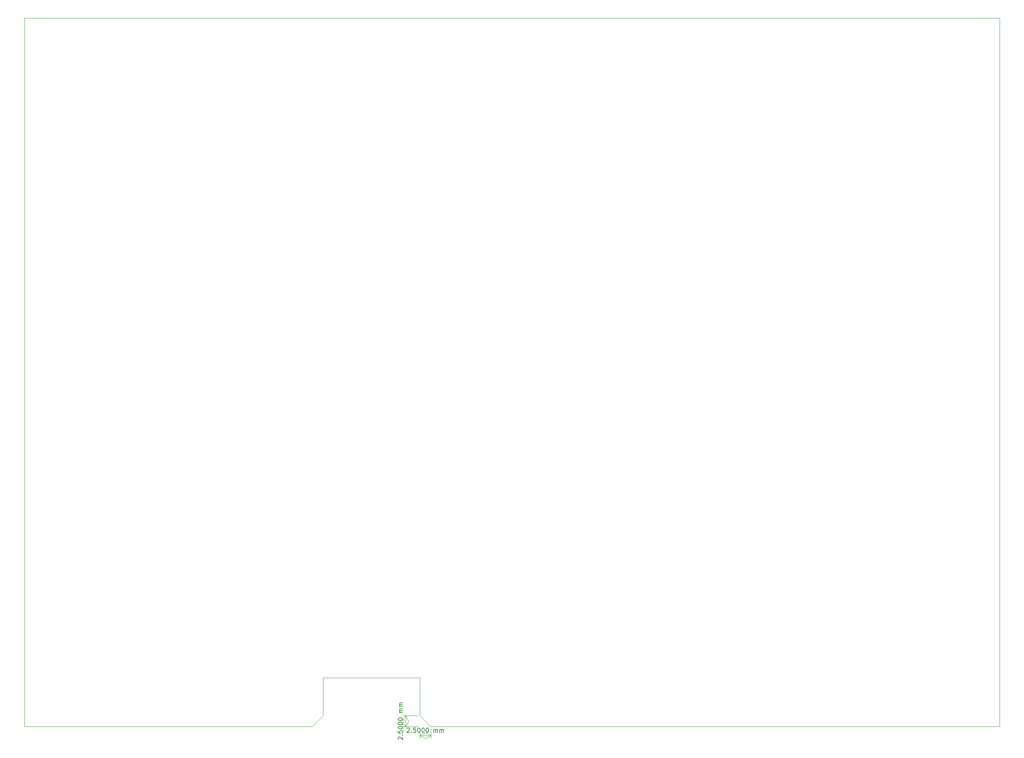
<source format=gbr>
%TF.GenerationSoftware,KiCad,Pcbnew,(6.0.4-0)*%
%TF.CreationDate,2022-10-26T21:30:12+11:00*%
%TF.ProjectId,program counter and adder logic,70726f67-7261-46d2-9063-6f756e746572,rev?*%
%TF.SameCoordinates,Original*%
%TF.FileFunction,Profile,NP*%
%FSLAX46Y46*%
G04 Gerber Fmt 4.6, Leading zero omitted, Abs format (unit mm)*
G04 Created by KiCad (PCBNEW (6.0.4-0)) date 2022-10-26 21:30:12*
%MOMM*%
%LPD*%
G01*
G04 APERTURE LIST*
%TA.AperFunction,Profile*%
%ADD10C,0.050000*%
%TD*%
%ADD11C,0.150000*%
G04 APERTURE END LIST*
D10*
X124200000Y-177500000D02*
X126700000Y-180000000D01*
D11*
X119397619Y-182892857D02*
X119350000Y-182845238D01*
X119302380Y-182750000D01*
X119302380Y-182511904D01*
X119350000Y-182416666D01*
X119397619Y-182369047D01*
X119492857Y-182321428D01*
X119588095Y-182321428D01*
X119730952Y-182369047D01*
X120302380Y-182940476D01*
X120302380Y-182321428D01*
X120207142Y-181892857D02*
X120254761Y-181845238D01*
X120302380Y-181892857D01*
X120254761Y-181940476D01*
X120207142Y-181892857D01*
X120302380Y-181892857D01*
X119302380Y-180940476D02*
X119302380Y-181416666D01*
X119778571Y-181464285D01*
X119730952Y-181416666D01*
X119683333Y-181321428D01*
X119683333Y-181083333D01*
X119730952Y-180988095D01*
X119778571Y-180940476D01*
X119873809Y-180892857D01*
X120111904Y-180892857D01*
X120207142Y-180940476D01*
X120254761Y-180988095D01*
X120302380Y-181083333D01*
X120302380Y-181321428D01*
X120254761Y-181416666D01*
X120207142Y-181464285D01*
X119302380Y-180273809D02*
X119302380Y-180178571D01*
X119350000Y-180083333D01*
X119397619Y-180035714D01*
X119492857Y-179988095D01*
X119683333Y-179940476D01*
X119921428Y-179940476D01*
X120111904Y-179988095D01*
X120207142Y-180035714D01*
X120254761Y-180083333D01*
X120302380Y-180178571D01*
X120302380Y-180273809D01*
X120254761Y-180369047D01*
X120207142Y-180416666D01*
X120111904Y-180464285D01*
X119921428Y-180511904D01*
X119683333Y-180511904D01*
X119492857Y-180464285D01*
X119397619Y-180416666D01*
X119350000Y-180369047D01*
X119302380Y-180273809D01*
X119302380Y-179321428D02*
X119302380Y-179226190D01*
X119350000Y-179130952D01*
X119397619Y-179083333D01*
X119492857Y-179035714D01*
X119683333Y-178988095D01*
X119921428Y-178988095D01*
X120111904Y-179035714D01*
X120207142Y-179083333D01*
X120254761Y-179130952D01*
X120302380Y-179226190D01*
X120302380Y-179321428D01*
X120254761Y-179416666D01*
X120207142Y-179464285D01*
X120111904Y-179511904D01*
X119921428Y-179559523D01*
X119683333Y-179559523D01*
X119492857Y-179511904D01*
X119397619Y-179464285D01*
X119350000Y-179416666D01*
X119302380Y-179321428D01*
X119302380Y-178369047D02*
X119302380Y-178273809D01*
X119350000Y-178178571D01*
X119397619Y-178130952D01*
X119492857Y-178083333D01*
X119683333Y-178035714D01*
X119921428Y-178035714D01*
X120111904Y-178083333D01*
X120207142Y-178130952D01*
X120254761Y-178178571D01*
X120302380Y-178273809D01*
X120302380Y-178369047D01*
X120254761Y-178464285D01*
X120207142Y-178511904D01*
X120111904Y-178559523D01*
X119921428Y-178607142D01*
X119683333Y-178607142D01*
X119492857Y-178559523D01*
X119397619Y-178511904D01*
X119350000Y-178464285D01*
X119302380Y-178369047D01*
X120302380Y-176845238D02*
X119635714Y-176845238D01*
X119730952Y-176845238D02*
X119683333Y-176797619D01*
X119635714Y-176702380D01*
X119635714Y-176559523D01*
X119683333Y-176464285D01*
X119778571Y-176416666D01*
X120302380Y-176416666D01*
X119778571Y-176416666D02*
X119683333Y-176369047D01*
X119635714Y-176273809D01*
X119635714Y-176130952D01*
X119683333Y-176035714D01*
X119778571Y-175988095D01*
X120302380Y-175988095D01*
X120302380Y-175511904D02*
X119635714Y-175511904D01*
X119730952Y-175511904D02*
X119683333Y-175464285D01*
X119635714Y-175369047D01*
X119635714Y-175226190D01*
X119683333Y-175130952D01*
X119778571Y-175083333D01*
X120302380Y-175083333D01*
X119778571Y-175083333D02*
X119683333Y-175035714D01*
X119635714Y-174940476D01*
X119635714Y-174797619D01*
X119683333Y-174702380D01*
X119778571Y-174654761D01*
X120302380Y-174654761D01*
D10*
X123700000Y-180000000D02*
X120413580Y-180000000D01*
X123700000Y-177500000D02*
X120413580Y-177500000D01*
X121000000Y-180000000D02*
X121000000Y-177500000D01*
X121000000Y-180000000D02*
X121000000Y-177500000D01*
X121000000Y-180000000D02*
X121586421Y-178873496D01*
X121000000Y-180000000D02*
X120413579Y-178873496D01*
X121000000Y-177500000D02*
X120413579Y-178626504D01*
X121000000Y-177500000D02*
X121586421Y-178626504D01*
D11*
X121307142Y-180397619D02*
X121354761Y-180350000D01*
X121450000Y-180302380D01*
X121688095Y-180302380D01*
X121783333Y-180350000D01*
X121830952Y-180397619D01*
X121878571Y-180492857D01*
X121878571Y-180588095D01*
X121830952Y-180730952D01*
X121259523Y-181302380D01*
X121878571Y-181302380D01*
X122307142Y-181207142D02*
X122354761Y-181254761D01*
X122307142Y-181302380D01*
X122259523Y-181254761D01*
X122307142Y-181207142D01*
X122307142Y-181302380D01*
X123259523Y-180302380D02*
X122783333Y-180302380D01*
X122735714Y-180778571D01*
X122783333Y-180730952D01*
X122878571Y-180683333D01*
X123116666Y-180683333D01*
X123211904Y-180730952D01*
X123259523Y-180778571D01*
X123307142Y-180873809D01*
X123307142Y-181111904D01*
X123259523Y-181207142D01*
X123211904Y-181254761D01*
X123116666Y-181302380D01*
X122878571Y-181302380D01*
X122783333Y-181254761D01*
X122735714Y-181207142D01*
X123926190Y-180302380D02*
X124021428Y-180302380D01*
X124116666Y-180350000D01*
X124164285Y-180397619D01*
X124211904Y-180492857D01*
X124259523Y-180683333D01*
X124259523Y-180921428D01*
X124211904Y-181111904D01*
X124164285Y-181207142D01*
X124116666Y-181254761D01*
X124021428Y-181302380D01*
X123926190Y-181302380D01*
X123830952Y-181254761D01*
X123783333Y-181207142D01*
X123735714Y-181111904D01*
X123688095Y-180921428D01*
X123688095Y-180683333D01*
X123735714Y-180492857D01*
X123783333Y-180397619D01*
X123830952Y-180350000D01*
X123926190Y-180302380D01*
X124878571Y-180302380D02*
X124973809Y-180302380D01*
X125069047Y-180350000D01*
X125116666Y-180397619D01*
X125164285Y-180492857D01*
X125211904Y-180683333D01*
X125211904Y-180921428D01*
X125164285Y-181111904D01*
X125116666Y-181207142D01*
X125069047Y-181254761D01*
X124973809Y-181302380D01*
X124878571Y-181302380D01*
X124783333Y-181254761D01*
X124735714Y-181207142D01*
X124688095Y-181111904D01*
X124640476Y-180921428D01*
X124640476Y-180683333D01*
X124688095Y-180492857D01*
X124735714Y-180397619D01*
X124783333Y-180350000D01*
X124878571Y-180302380D01*
X125830952Y-180302380D02*
X125926190Y-180302380D01*
X126021428Y-180350000D01*
X126069047Y-180397619D01*
X126116666Y-180492857D01*
X126164285Y-180683333D01*
X126164285Y-180921428D01*
X126116666Y-181111904D01*
X126069047Y-181207142D01*
X126021428Y-181254761D01*
X125926190Y-181302380D01*
X125830952Y-181302380D01*
X125735714Y-181254761D01*
X125688095Y-181207142D01*
X125640476Y-181111904D01*
X125592857Y-180921428D01*
X125592857Y-180683333D01*
X125640476Y-180492857D01*
X125688095Y-180397619D01*
X125735714Y-180350000D01*
X125830952Y-180302380D01*
X127354761Y-181302380D02*
X127354761Y-180635714D01*
X127354761Y-180730952D02*
X127402380Y-180683333D01*
X127497619Y-180635714D01*
X127640476Y-180635714D01*
X127735714Y-180683333D01*
X127783333Y-180778571D01*
X127783333Y-181302380D01*
X127783333Y-180778571D02*
X127830952Y-180683333D01*
X127926190Y-180635714D01*
X128069047Y-180635714D01*
X128164285Y-180683333D01*
X128211904Y-180778571D01*
X128211904Y-181302380D01*
X128688095Y-181302380D02*
X128688095Y-180635714D01*
X128688095Y-180730952D02*
X128735714Y-180683333D01*
X128830952Y-180635714D01*
X128973809Y-180635714D01*
X129069047Y-180683333D01*
X129116666Y-180778571D01*
X129116666Y-181302380D01*
X129116666Y-180778571D02*
X129164285Y-180683333D01*
X129259523Y-180635714D01*
X129402380Y-180635714D01*
X129497619Y-180683333D01*
X129545238Y-180778571D01*
X129545238Y-181302380D01*
D10*
X124200000Y-180500000D02*
X124200000Y-182586420D01*
X126700000Y-180500000D02*
X126700000Y-182586420D01*
X124200000Y-182000000D02*
X126700000Y-182000000D01*
X124200000Y-182000000D02*
X126700000Y-182000000D01*
X124200000Y-182000000D02*
X125326504Y-182586421D01*
X124200000Y-182000000D02*
X125326504Y-181413579D01*
X126700000Y-182000000D02*
X125573496Y-181413579D01*
X126700000Y-182000000D02*
X125573496Y-182586421D01*
X99900000Y-180000000D02*
X102400000Y-177500000D01*
X126700000Y-180000000D02*
X255000000Y-180000000D01*
X35000000Y-180000000D02*
X99900000Y-180000000D01*
X124200000Y-169000000D02*
X124200000Y-177500000D01*
X255000000Y-20000000D02*
X255000000Y-180000000D01*
X102400000Y-169000000D02*
X124200000Y-169000000D01*
X102400000Y-177500000D02*
X102400000Y-169000000D01*
X35000000Y-180000000D02*
X35000000Y-20000000D01*
X35000000Y-20000000D02*
X255000000Y-20000000D01*
M02*

</source>
